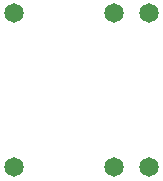
<source format=gbr>
G04 #@! TF.GenerationSoftware,KiCad,Pcbnew,(5.0.0)*
G04 #@! TF.CreationDate,2018-08-26T14:54:30+02:00*
G04 #@! TF.ProjectId,1u_mute,31755F6D7574652E6B696361645F7063,rev?*
G04 #@! TF.SameCoordinates,Original*
G04 #@! TF.FileFunction,Paste,Bot*
G04 #@! TF.FilePolarity,Positive*
%FSLAX46Y46*%
G04 Gerber Fmt 4.6, Leading zero omitted, Abs format (unit mm)*
G04 Created by KiCad (PCBNEW (5.0.0)) date 08/26/18 14:54:30*
%MOMM*%
%LPD*%
G01*
G04 APERTURE LIST*
%ADD10C,1.648460*%
G04 APERTURE END LIST*
D10*
G04 #@! TO.C,J_OUT_1*
X12999860Y-17500000D03*
X9997580Y-17500000D03*
X1501280Y-17500000D03*
G04 #@! TD*
G04 #@! TO.C,J_IN_1*
X1501280Y-4500000D03*
X9997580Y-4500000D03*
X12999860Y-4500000D03*
G04 #@! TD*
M02*

</source>
